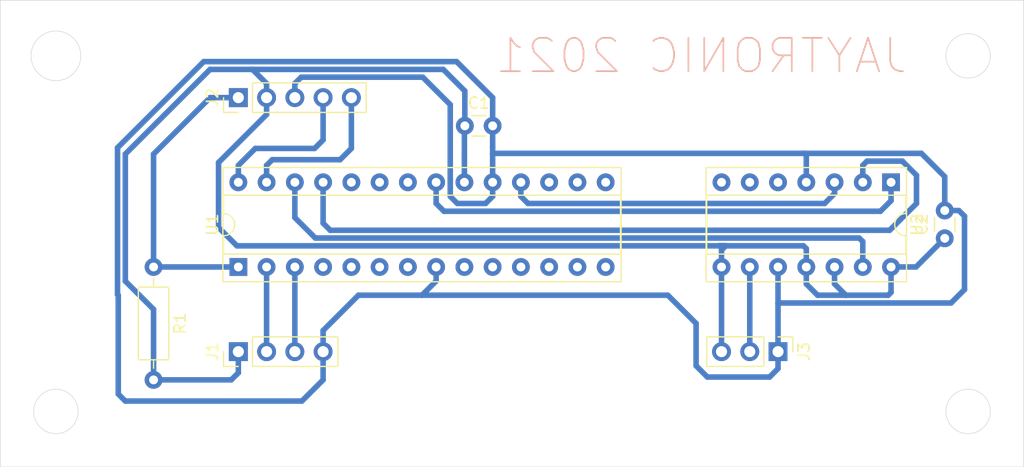
<source format=kicad_pcb>
(kicad_pcb (version 20171130) (host pcbnew "(5.1.6)-1")

  (general
    (thickness 1.6)
    (drawings 10)
    (tracks 132)
    (zones 0)
    (modules 8)
    (nets 32)
  )

  (page A4)
  (layers
    (0 F.Cu signal hide)
    (31 B.Cu signal)
    (32 B.Adhes user hide)
    (33 F.Adhes user hide)
    (34 B.Paste user)
    (35 F.Paste user hide)
    (36 B.SilkS user)
    (37 F.SilkS user hide)
    (38 B.Mask user)
    (39 F.Mask user)
    (40 Dwgs.User user hide)
    (41 Cmts.User user hide)
    (42 Eco1.User user hide)
    (43 Eco2.User user hide)
    (44 Edge.Cuts user)
    (45 Margin user hide)
    (46 B.CrtYd user hide)
    (47 F.CrtYd user)
    (48 B.Fab user hide)
    (49 F.Fab user)
  )

  (setup
    (last_trace_width 0.25)
    (user_trace_width 0.5)
    (trace_clearance 0.2)
    (zone_clearance 0.508)
    (zone_45_only no)
    (trace_min 0.2)
    (via_size 0.8)
    (via_drill 0.4)
    (via_min_size 0.4)
    (via_min_drill 0.3)
    (uvia_size 0.3)
    (uvia_drill 0.1)
    (uvias_allowed no)
    (uvia_min_size 0.2)
    (uvia_min_drill 0.1)
    (edge_width 0.05)
    (segment_width 0.2)
    (pcb_text_width 0.3)
    (pcb_text_size 1.5 1.5)
    (mod_edge_width 0.12)
    (mod_text_size 1 1)
    (mod_text_width 0.15)
    (pad_size 1.524 1.524)
    (pad_drill 0.762)
    (pad_to_mask_clearance 0.05)
    (aux_axis_origin 0 0)
    (visible_elements 7FFFFFFF)
    (pcbplotparams
      (layerselection 0x01054_fffffffe)
      (usegerberextensions false)
      (usegerberattributes true)
      (usegerberadvancedattributes true)
      (creategerberjobfile true)
      (excludeedgelayer true)
      (linewidth 0.100000)
      (plotframeref false)
      (viasonmask false)
      (mode 1)
      (useauxorigin false)
      (hpglpennumber 1)
      (hpglpenspeed 20)
      (hpglpendiameter 15.000000)
      (psnegative false)
      (psa4output false)
      (plotreference true)
      (plotvalue true)
      (plotinvisibletext false)
      (padsonsilk false)
      (subtractmaskfromsilk false)
      (outputformat 1)
      (mirror false)
      (drillshape 0)
      (scaleselection 1)
      (outputdirectory "./"))
  )

  (net 0 "")
  (net 1 +3V3)
  (net 2 GND)
  (net 3 "Net-(J1-Pad2)")
  (net 4 "Net-(J1-Pad3)")
  (net 5 "Net-(J2-Pad1)")
  (net 6 "Net-(J2-Pad4)")
  (net 7 "Net-(J2-Pad5)")
  (net 8 "Net-(J3-Pad2)")
  (net 9 "Net-(U1-Pad15)")
  (net 10 "Net-(U1-Pad16)")
  (net 11 "Net-(U1-Pad17)")
  (net 12 "Net-(U1-Pad4)")
  (net 13 "Net-(U1-Pad18)")
  (net 14 "Net-(U1-Pad5)")
  (net 15 "Net-(U1-Pad6)")
  (net 16 "Net-(U1-Pad7)")
  (net 17 "Net-(U1-Pad21)")
  (net 18 "Net-(U1-Pad22)")
  (net 19 "Net-(U1-Pad9)")
  (net 20 "Net-(U1-Pad23)")
  (net 21 "Net-(U1-Pad10)")
  (net 22 "Net-(U1-Pad24)")
  (net 23 "Net-(U1-Pad11)")
  (net 24 "Net-(U1-Pad25)")
  (net 25 "Net-(U1-Pad12)")
  (net 26 "Net-(U1-Pad26)")
  (net 27 "Net-(U1-Pad13)")
  (net 28 "Net-(U1-Pad14)")
  (net 29 "Net-(U2-Pad5)")
  (net 30 "Net-(U2-Pad6)")
  (net 31 "Net-(U2-Pad7)")

  (net_class Default "This is the default net class."
    (clearance 0.2)
    (trace_width 0.25)
    (via_dia 0.8)
    (via_drill 0.4)
    (uvia_dia 0.3)
    (uvia_drill 0.1)
    (add_net +3V3)
    (add_net GND)
    (add_net "Net-(J1-Pad2)")
    (add_net "Net-(J1-Pad3)")
    (add_net "Net-(J2-Pad1)")
    (add_net "Net-(J2-Pad4)")
    (add_net "Net-(J2-Pad5)")
    (add_net "Net-(J3-Pad2)")
    (add_net "Net-(U1-Pad10)")
    (add_net "Net-(U1-Pad11)")
    (add_net "Net-(U1-Pad12)")
    (add_net "Net-(U1-Pad13)")
    (add_net "Net-(U1-Pad14)")
    (add_net "Net-(U1-Pad15)")
    (add_net "Net-(U1-Pad16)")
    (add_net "Net-(U1-Pad17)")
    (add_net "Net-(U1-Pad18)")
    (add_net "Net-(U1-Pad21)")
    (add_net "Net-(U1-Pad22)")
    (add_net "Net-(U1-Pad23)")
    (add_net "Net-(U1-Pad24)")
    (add_net "Net-(U1-Pad25)")
    (add_net "Net-(U1-Pad26)")
    (add_net "Net-(U1-Pad4)")
    (add_net "Net-(U1-Pad5)")
    (add_net "Net-(U1-Pad6)")
    (add_net "Net-(U1-Pad7)")
    (add_net "Net-(U1-Pad9)")
    (add_net "Net-(U2-Pad5)")
    (add_net "Net-(U2-Pad6)")
    (add_net "Net-(U2-Pad7)")
  )

  (module Package_DIP:DIP-14_W7.62mm_Socket (layer F.Cu) (tedit 5A02E8C5) (tstamp 606773E0)
    (at 211.074 119.38 270)
    (descr "14-lead though-hole mounted DIP package, row spacing 7.62 mm (300 mils), Socket")
    (tags "THT DIP DIL PDIP 2.54mm 7.62mm 300mil Socket")
    (path /6062EC94)
    (fp_text reference U2 (at 3.81 -2.33 90) (layer F.SilkS)
      (effects (font (size 1 1) (thickness 0.15)))
    )
    (fp_text value MCP4251-xxxx-P (at 3.81 17.57 90) (layer F.Fab)
      (effects (font (size 1 1) (thickness 0.15)))
    )
    (fp_line (start 9.15 -1.6) (end -1.55 -1.6) (layer F.CrtYd) (width 0.05))
    (fp_line (start 9.15 16.85) (end 9.15 -1.6) (layer F.CrtYd) (width 0.05))
    (fp_line (start -1.55 16.85) (end 9.15 16.85) (layer F.CrtYd) (width 0.05))
    (fp_line (start -1.55 -1.6) (end -1.55 16.85) (layer F.CrtYd) (width 0.05))
    (fp_line (start 8.95 -1.39) (end -1.33 -1.39) (layer F.SilkS) (width 0.12))
    (fp_line (start 8.95 16.63) (end 8.95 -1.39) (layer F.SilkS) (width 0.12))
    (fp_line (start -1.33 16.63) (end 8.95 16.63) (layer F.SilkS) (width 0.12))
    (fp_line (start -1.33 -1.39) (end -1.33 16.63) (layer F.SilkS) (width 0.12))
    (fp_line (start 6.46 -1.33) (end 4.81 -1.33) (layer F.SilkS) (width 0.12))
    (fp_line (start 6.46 16.57) (end 6.46 -1.33) (layer F.SilkS) (width 0.12))
    (fp_line (start 1.16 16.57) (end 6.46 16.57) (layer F.SilkS) (width 0.12))
    (fp_line (start 1.16 -1.33) (end 1.16 16.57) (layer F.SilkS) (width 0.12))
    (fp_line (start 2.81 -1.33) (end 1.16 -1.33) (layer F.SilkS) (width 0.12))
    (fp_line (start 8.89 -1.33) (end -1.27 -1.33) (layer F.Fab) (width 0.1))
    (fp_line (start 8.89 16.57) (end 8.89 -1.33) (layer F.Fab) (width 0.1))
    (fp_line (start -1.27 16.57) (end 8.89 16.57) (layer F.Fab) (width 0.1))
    (fp_line (start -1.27 -1.33) (end -1.27 16.57) (layer F.Fab) (width 0.1))
    (fp_line (start 0.635 -0.27) (end 1.635 -1.27) (layer F.Fab) (width 0.1))
    (fp_line (start 0.635 16.51) (end 0.635 -0.27) (layer F.Fab) (width 0.1))
    (fp_line (start 6.985 16.51) (end 0.635 16.51) (layer F.Fab) (width 0.1))
    (fp_line (start 6.985 -1.27) (end 6.985 16.51) (layer F.Fab) (width 0.1))
    (fp_line (start 1.635 -1.27) (end 6.985 -1.27) (layer F.Fab) (width 0.1))
    (fp_arc (start 3.81 -1.33) (end 2.81 -1.33) (angle -180) (layer F.SilkS) (width 0.12))
    (fp_text user %R (at 3.81 7.62 90) (layer F.Fab)
      (effects (font (size 1 1) (thickness 0.15)))
    )
    (pad 1 thru_hole rect (at 0 0 270) (size 1.6 1.6) (drill 0.8) (layers *.Cu *.Mask)
      (net 17 "Net-(U1-Pad21)"))
    (pad 8 thru_hole oval (at 7.62 15.24 270) (size 1.6 1.6) (drill 0.8) (layers *.Cu *.Mask)
      (net 1 +3V3))
    (pad 2 thru_hole oval (at 0 2.54 270) (size 1.6 1.6) (drill 0.8) (layers *.Cu *.Mask)
      (net 24 "Net-(U1-Pad25)"))
    (pad 9 thru_hole oval (at 7.62 12.7 270) (size 1.6 1.6) (drill 0.8) (layers *.Cu *.Mask)
      (net 8 "Net-(J3-Pad2)"))
    (pad 3 thru_hole oval (at 0 5.08 270) (size 1.6 1.6) (drill 0.8) (layers *.Cu *.Mask)
      (net 13 "Net-(U1-Pad18)"))
    (pad 10 thru_hole oval (at 7.62 10.16 270) (size 1.6 1.6) (drill 0.8) (layers *.Cu *.Mask)
      (net 2 GND))
    (pad 4 thru_hole oval (at 0 7.62 270) (size 1.6 1.6) (drill 0.8) (layers *.Cu *.Mask)
      (net 2 GND))
    (pad 11 thru_hole oval (at 7.62 7.62 270) (size 1.6 1.6) (drill 0.8) (layers *.Cu *.Mask)
      (net 1 +3V3))
    (pad 5 thru_hole oval (at 0 10.16 270) (size 1.6 1.6) (drill 0.8) (layers *.Cu *.Mask)
      (net 29 "Net-(U2-Pad5)"))
    (pad 12 thru_hole oval (at 7.62 5.08 270) (size 1.6 1.6) (drill 0.8) (layers *.Cu *.Mask)
      (net 1 +3V3))
    (pad 6 thru_hole oval (at 0 12.7 270) (size 1.6 1.6) (drill 0.8) (layers *.Cu *.Mask)
      (net 30 "Net-(U2-Pad6)"))
    (pad 13 thru_hole oval (at 7.62 2.54 270) (size 1.6 1.6) (drill 0.8) (layers *.Cu *.Mask)
      (net 26 "Net-(U1-Pad26)"))
    (pad 7 thru_hole oval (at 0 15.24 270) (size 1.6 1.6) (drill 0.8) (layers *.Cu *.Mask)
      (net 31 "Net-(U2-Pad7)"))
    (pad 14 thru_hole oval (at 7.62 0 270) (size 1.6 1.6) (drill 0.8) (layers *.Cu *.Mask)
      (net 1 +3V3))
    (model ${KISYS3DMOD}/Package_DIP.3dshapes/DIP-14_W7.62mm_Socket.wrl
      (at (xyz 0 0 0))
      (scale (xyz 1 1 1))
      (rotate (xyz 0 0 0))
    )
  )

  (module Package_DIP:DIP-28_W7.62mm_Socket (layer F.Cu) (tedit 5A02E8C5) (tstamp 60677349)
    (at 152.4 127 90)
    (descr "28-lead though-hole mounted DIP package, row spacing 7.62 mm (300 mils), Socket")
    (tags "THT DIP DIL PDIP 2.54mm 7.62mm 300mil Socket")
    (path /6062D31F)
    (fp_text reference U1 (at 3.81 -2.33 90) (layer F.SilkS)
      (effects (font (size 1 1) (thickness 0.15)))
    )
    (fp_text value PIC18F27J53_ISS (at 3.81 35.35 90) (layer F.Fab)
      (effects (font (size 1 1) (thickness 0.15)))
    )
    (fp_line (start 9.15 -1.6) (end -1.55 -1.6) (layer F.CrtYd) (width 0.05))
    (fp_line (start 9.15 34.65) (end 9.15 -1.6) (layer F.CrtYd) (width 0.05))
    (fp_line (start -1.55 34.65) (end 9.15 34.65) (layer F.CrtYd) (width 0.05))
    (fp_line (start -1.55 -1.6) (end -1.55 34.65) (layer F.CrtYd) (width 0.05))
    (fp_line (start 8.95 -1.39) (end -1.33 -1.39) (layer F.SilkS) (width 0.12))
    (fp_line (start 8.95 34.41) (end 8.95 -1.39) (layer F.SilkS) (width 0.12))
    (fp_line (start -1.33 34.41) (end 8.95 34.41) (layer F.SilkS) (width 0.12))
    (fp_line (start -1.33 -1.39) (end -1.33 34.41) (layer F.SilkS) (width 0.12))
    (fp_line (start 6.46 -1.33) (end 4.81 -1.33) (layer F.SilkS) (width 0.12))
    (fp_line (start 6.46 34.35) (end 6.46 -1.33) (layer F.SilkS) (width 0.12))
    (fp_line (start 1.16 34.35) (end 6.46 34.35) (layer F.SilkS) (width 0.12))
    (fp_line (start 1.16 -1.33) (end 1.16 34.35) (layer F.SilkS) (width 0.12))
    (fp_line (start 2.81 -1.33) (end 1.16 -1.33) (layer F.SilkS) (width 0.12))
    (fp_line (start 8.89 -1.33) (end -1.27 -1.33) (layer F.Fab) (width 0.1))
    (fp_line (start 8.89 34.35) (end 8.89 -1.33) (layer F.Fab) (width 0.1))
    (fp_line (start -1.27 34.35) (end 8.89 34.35) (layer F.Fab) (width 0.1))
    (fp_line (start -1.27 -1.33) (end -1.27 34.35) (layer F.Fab) (width 0.1))
    (fp_line (start 0.635 -0.27) (end 1.635 -1.27) (layer F.Fab) (width 0.1))
    (fp_line (start 0.635 34.29) (end 0.635 -0.27) (layer F.Fab) (width 0.1))
    (fp_line (start 6.985 34.29) (end 0.635 34.29) (layer F.Fab) (width 0.1))
    (fp_line (start 6.985 -1.27) (end 6.985 34.29) (layer F.Fab) (width 0.1))
    (fp_line (start 1.635 -1.27) (end 6.985 -1.27) (layer F.Fab) (width 0.1))
    (fp_arc (start 3.81 -1.33) (end 2.81 -1.33) (angle -180) (layer F.SilkS) (width 0.12))
    (fp_text user %R (at 3.81 16.51 90) (layer F.Fab)
      (effects (font (size 1 1) (thickness 0.15)))
    )
    (pad 1 thru_hole rect (at 0 0 90) (size 1.6 1.6) (drill 0.8) (layers *.Cu *.Mask)
      (net 5 "Net-(J2-Pad1)"))
    (pad 15 thru_hole oval (at 7.62 33.02 90) (size 1.6 1.6) (drill 0.8) (layers *.Cu *.Mask)
      (net 9 "Net-(U1-Pad15)"))
    (pad 2 thru_hole oval (at 0 2.54 90) (size 1.6 1.6) (drill 0.8) (layers *.Cu *.Mask)
      (net 3 "Net-(J1-Pad2)"))
    (pad 16 thru_hole oval (at 7.62 30.48 90) (size 1.6 1.6) (drill 0.8) (layers *.Cu *.Mask)
      (net 10 "Net-(U1-Pad16)"))
    (pad 3 thru_hole oval (at 0 5.08 90) (size 1.6 1.6) (drill 0.8) (layers *.Cu *.Mask)
      (net 4 "Net-(J1-Pad3)"))
    (pad 17 thru_hole oval (at 7.62 27.94 90) (size 1.6 1.6) (drill 0.8) (layers *.Cu *.Mask)
      (net 11 "Net-(U1-Pad17)"))
    (pad 4 thru_hole oval (at 0 7.62 90) (size 1.6 1.6) (drill 0.8) (layers *.Cu *.Mask)
      (net 12 "Net-(U1-Pad4)"))
    (pad 18 thru_hole oval (at 7.62 25.4 90) (size 1.6 1.6) (drill 0.8) (layers *.Cu *.Mask)
      (net 13 "Net-(U1-Pad18)"))
    (pad 5 thru_hole oval (at 0 10.16 90) (size 1.6 1.6) (drill 0.8) (layers *.Cu *.Mask)
      (net 14 "Net-(U1-Pad5)"))
    (pad 19 thru_hole oval (at 7.62 22.86 90) (size 1.6 1.6) (drill 0.8) (layers *.Cu *.Mask)
      (net 2 GND))
    (pad 6 thru_hole oval (at 0 12.7 90) (size 1.6 1.6) (drill 0.8) (layers *.Cu *.Mask)
      (net 15 "Net-(U1-Pad6)"))
    (pad 20 thru_hole oval (at 7.62 20.32 90) (size 1.6 1.6) (drill 0.8) (layers *.Cu *.Mask)
      (net 1 +3V3))
    (pad 7 thru_hole oval (at 0 15.24 90) (size 1.6 1.6) (drill 0.8) (layers *.Cu *.Mask)
      (net 16 "Net-(U1-Pad7)"))
    (pad 21 thru_hole oval (at 7.62 17.78 90) (size 1.6 1.6) (drill 0.8) (layers *.Cu *.Mask)
      (net 17 "Net-(U1-Pad21)"))
    (pad 8 thru_hole oval (at 0 17.78 90) (size 1.6 1.6) (drill 0.8) (layers *.Cu *.Mask)
      (net 2 GND))
    (pad 22 thru_hole oval (at 7.62 15.24 90) (size 1.6 1.6) (drill 0.8) (layers *.Cu *.Mask)
      (net 18 "Net-(U1-Pad22)"))
    (pad 9 thru_hole oval (at 0 20.32 90) (size 1.6 1.6) (drill 0.8) (layers *.Cu *.Mask)
      (net 19 "Net-(U1-Pad9)"))
    (pad 23 thru_hole oval (at 7.62 12.7 90) (size 1.6 1.6) (drill 0.8) (layers *.Cu *.Mask)
      (net 20 "Net-(U1-Pad23)"))
    (pad 10 thru_hole oval (at 0 22.86 90) (size 1.6 1.6) (drill 0.8) (layers *.Cu *.Mask)
      (net 21 "Net-(U1-Pad10)"))
    (pad 24 thru_hole oval (at 7.62 10.16 90) (size 1.6 1.6) (drill 0.8) (layers *.Cu *.Mask)
      (net 22 "Net-(U1-Pad24)"))
    (pad 11 thru_hole oval (at 0 25.4 90) (size 1.6 1.6) (drill 0.8) (layers *.Cu *.Mask)
      (net 23 "Net-(U1-Pad11)"))
    (pad 25 thru_hole oval (at 7.62 7.62 90) (size 1.6 1.6) (drill 0.8) (layers *.Cu *.Mask)
      (net 24 "Net-(U1-Pad25)"))
    (pad 12 thru_hole oval (at 0 27.94 90) (size 1.6 1.6) (drill 0.8) (layers *.Cu *.Mask)
      (net 25 "Net-(U1-Pad12)"))
    (pad 26 thru_hole oval (at 7.62 5.08 90) (size 1.6 1.6) (drill 0.8) (layers *.Cu *.Mask)
      (net 26 "Net-(U1-Pad26)"))
    (pad 13 thru_hole oval (at 0 30.48 90) (size 1.6 1.6) (drill 0.8) (layers *.Cu *.Mask)
      (net 27 "Net-(U1-Pad13)"))
    (pad 27 thru_hole oval (at 7.62 2.54 90) (size 1.6 1.6) (drill 0.8) (layers *.Cu *.Mask)
      (net 7 "Net-(J2-Pad5)"))
    (pad 14 thru_hole oval (at 0 33.02 90) (size 1.6 1.6) (drill 0.8) (layers *.Cu *.Mask)
      (net 28 "Net-(U1-Pad14)"))
    (pad 28 thru_hole oval (at 7.62 0 90) (size 1.6 1.6) (drill 0.8) (layers *.Cu *.Mask)
      (net 6 "Net-(J2-Pad4)"))
    (model ${KISYS3DMOD}/Package_DIP.3dshapes/DIP-28_W7.62mm_Socket.wrl
      (at (xyz 0 0 0))
      (scale (xyz 1 1 1))
      (rotate (xyz 0 0 0))
    )
  )

  (module Capacitor_THT:C_Disc_D3.0mm_W1.6mm_P2.50mm (layer F.Cu) (tedit 5AE50EF0) (tstamp 60677896)
    (at 172.76 114.3)
    (descr "C, Disc series, Radial, pin pitch=2.50mm, , diameter*width=3.0*1.6mm^2, Capacitor, http://www.vishay.com/docs/45233/krseries.pdf")
    (tags "C Disc series Radial pin pitch 2.50mm  diameter 3.0mm width 1.6mm Capacitor")
    (path /60646D7B)
    (fp_text reference C1 (at 1.25 -2.05) (layer F.SilkS)
      (effects (font (size 1 1) (thickness 0.15)))
    )
    (fp_text value C (at 1.25 2.05) (layer F.Fab)
      (effects (font (size 1 1) (thickness 0.15)))
    )
    (fp_line (start 3.55 -1.05) (end -1.05 -1.05) (layer F.CrtYd) (width 0.05))
    (fp_line (start 3.55 1.05) (end 3.55 -1.05) (layer F.CrtYd) (width 0.05))
    (fp_line (start -1.05 1.05) (end 3.55 1.05) (layer F.CrtYd) (width 0.05))
    (fp_line (start -1.05 -1.05) (end -1.05 1.05) (layer F.CrtYd) (width 0.05))
    (fp_line (start 0.621 0.92) (end 1.879 0.92) (layer F.SilkS) (width 0.12))
    (fp_line (start 0.621 -0.92) (end 1.879 -0.92) (layer F.SilkS) (width 0.12))
    (fp_line (start 2.75 -0.8) (end -0.25 -0.8) (layer F.Fab) (width 0.1))
    (fp_line (start 2.75 0.8) (end 2.75 -0.8) (layer F.Fab) (width 0.1))
    (fp_line (start -0.25 0.8) (end 2.75 0.8) (layer F.Fab) (width 0.1))
    (fp_line (start -0.25 -0.8) (end -0.25 0.8) (layer F.Fab) (width 0.1))
    (fp_text user %R (at 1.25 0) (layer F.Fab)
      (effects (font (size 0.6 0.6) (thickness 0.09)))
    )
    (pad 1 thru_hole circle (at 0 0) (size 1.6 1.6) (drill 0.8) (layers *.Cu *.Mask)
      (net 1 +3V3))
    (pad 2 thru_hole circle (at 2.5 0) (size 1.6 1.6) (drill 0.8) (layers *.Cu *.Mask)
      (net 2 GND))
    (model ${KISYS3DMOD}/Capacitor_THT.3dshapes/C_Disc_D3.0mm_W1.6mm_P2.50mm.wrl
      (at (xyz 0 0 0))
      (scale (xyz 1 1 1))
      (rotate (xyz 0 0 0))
    )
  )

  (module Capacitor_THT:C_Disc_D3.0mm_W1.6mm_P2.50mm (layer F.Cu) (tedit 5AE50EF0) (tstamp 6067750E)
    (at 215.9 124.42 90)
    (descr "C, Disc series, Radial, pin pitch=2.50mm, , diameter*width=3.0*1.6mm^2, Capacitor, http://www.vishay.com/docs/45233/krseries.pdf")
    (tags "C Disc series Radial pin pitch 2.50mm  diameter 3.0mm width 1.6mm Capacitor")
    (path /606485D1)
    (fp_text reference C2 (at 1.25 -2.05 90) (layer F.SilkS)
      (effects (font (size 1 1) (thickness 0.15)))
    )
    (fp_text value C (at 1.25 2.05 90) (layer F.Fab)
      (effects (font (size 1 1) (thickness 0.15)))
    )
    (fp_line (start -0.25 -0.8) (end -0.25 0.8) (layer F.Fab) (width 0.1))
    (fp_line (start -0.25 0.8) (end 2.75 0.8) (layer F.Fab) (width 0.1))
    (fp_line (start 2.75 0.8) (end 2.75 -0.8) (layer F.Fab) (width 0.1))
    (fp_line (start 2.75 -0.8) (end -0.25 -0.8) (layer F.Fab) (width 0.1))
    (fp_line (start 0.621 -0.92) (end 1.879 -0.92) (layer F.SilkS) (width 0.12))
    (fp_line (start 0.621 0.92) (end 1.879 0.92) (layer F.SilkS) (width 0.12))
    (fp_line (start -1.05 -1.05) (end -1.05 1.05) (layer F.CrtYd) (width 0.05))
    (fp_line (start -1.05 1.05) (end 3.55 1.05) (layer F.CrtYd) (width 0.05))
    (fp_line (start 3.55 1.05) (end 3.55 -1.05) (layer F.CrtYd) (width 0.05))
    (fp_line (start 3.55 -1.05) (end -1.05 -1.05) (layer F.CrtYd) (width 0.05))
    (fp_text user %R (at 1.25 0 90) (layer F.Fab)
      (effects (font (size 0.6 0.6) (thickness 0.09)))
    )
    (pad 2 thru_hole circle (at 2.5 0 90) (size 1.6 1.6) (drill 0.8) (layers *.Cu *.Mask)
      (net 2 GND))
    (pad 1 thru_hole circle (at 0 0 90) (size 1.6 1.6) (drill 0.8) (layers *.Cu *.Mask)
      (net 1 +3V3))
    (model ${KISYS3DMOD}/Capacitor_THT.3dshapes/C_Disc_D3.0mm_W1.6mm_P2.50mm.wrl
      (at (xyz 0 0 0))
      (scale (xyz 1 1 1))
      (rotate (xyz 0 0 0))
    )
  )

  (module Connector_PinHeader_2.54mm:PinHeader_1x04_P2.54mm_Vertical (layer F.Cu) (tedit 59FED5CC) (tstamp 60677545)
    (at 152.4 134.62 90)
    (descr "Through hole straight pin header, 1x04, 2.54mm pitch, single row")
    (tags "Through hole pin header THT 1x04 2.54mm single row")
    (path /6062B598)
    (fp_text reference J1 (at 0 -2.33 90) (layer F.SilkS)
      (effects (font (size 1 1) (thickness 0.15)))
    )
    (fp_text value HX711 (at -3.38 3.6 180) (layer F.Fab)
      (effects (font (size 1 1) (thickness 0.15)))
    )
    (fp_line (start 1.8 -1.8) (end -1.8 -1.8) (layer F.CrtYd) (width 0.05))
    (fp_line (start 1.8 9.4) (end 1.8 -1.8) (layer F.CrtYd) (width 0.05))
    (fp_line (start -1.8 9.4) (end 1.8 9.4) (layer F.CrtYd) (width 0.05))
    (fp_line (start -1.8 -1.8) (end -1.8 9.4) (layer F.CrtYd) (width 0.05))
    (fp_line (start -1.33 -1.33) (end 0 -1.33) (layer F.SilkS) (width 0.12))
    (fp_line (start -1.33 0) (end -1.33 -1.33) (layer F.SilkS) (width 0.12))
    (fp_line (start -1.33 1.27) (end 1.33 1.27) (layer F.SilkS) (width 0.12))
    (fp_line (start 1.33 1.27) (end 1.33 8.95) (layer F.SilkS) (width 0.12))
    (fp_line (start -1.33 1.27) (end -1.33 8.95) (layer F.SilkS) (width 0.12))
    (fp_line (start -1.33 8.95) (end 1.33 8.95) (layer F.SilkS) (width 0.12))
    (fp_line (start -1.27 -0.635) (end -0.635 -1.27) (layer F.Fab) (width 0.1))
    (fp_line (start -1.27 8.89) (end -1.27 -0.635) (layer F.Fab) (width 0.1))
    (fp_line (start 1.27 8.89) (end -1.27 8.89) (layer F.Fab) (width 0.1))
    (fp_line (start 1.27 -1.27) (end 1.27 8.89) (layer F.Fab) (width 0.1))
    (fp_line (start -0.635 -1.27) (end 1.27 -1.27) (layer F.Fab) (width 0.1))
    (fp_text user %R (at 0 3.81) (layer F.Fab)
      (effects (font (size 1 1) (thickness 0.15)))
    )
    (pad 1 thru_hole rect (at 0 0 90) (size 1.7 1.7) (drill 1) (layers *.Cu *.Mask)
      (net 1 +3V3))
    (pad 2 thru_hole oval (at 0 2.54 90) (size 1.7 1.7) (drill 1) (layers *.Cu *.Mask)
      (net 3 "Net-(J1-Pad2)"))
    (pad 3 thru_hole oval (at 0 5.08 90) (size 1.7 1.7) (drill 1) (layers *.Cu *.Mask)
      (net 4 "Net-(J1-Pad3)"))
    (pad 4 thru_hole oval (at 0 7.62 90) (size 1.7 1.7) (drill 1) (layers *.Cu *.Mask)
      (net 2 GND))
    (model ${KISYS3DMOD}/Connector_PinHeader_2.54mm.3dshapes/PinHeader_1x04_P2.54mm_Vertical.wrl
      (at (xyz 0 0 0))
      (scale (xyz 1 1 1))
      (rotate (xyz 0 0 0))
    )
  )

  (module Connector_PinHeader_2.54mm:PinHeader_1x05_P2.54mm_Vertical (layer F.Cu) (tedit 59FED5CC) (tstamp 606774CE)
    (at 152.4 111.76 90)
    (descr "Through hole straight pin header, 1x05, 2.54mm pitch, single row")
    (tags "Through hole pin header THT 1x05 2.54mm single row")
    (path /6062C65A)
    (fp_text reference J2 (at 0 -2.33 90) (layer F.SilkS)
      (effects (font (size 1 1) (thickness 0.15)))
    )
    (fp_text value ICSP (at 2.76 5.6 180) (layer F.Fab)
      (effects (font (size 1 1) (thickness 0.15)))
    )
    (fp_line (start 1.8 -1.8) (end -1.8 -1.8) (layer F.CrtYd) (width 0.05))
    (fp_line (start 1.8 11.95) (end 1.8 -1.8) (layer F.CrtYd) (width 0.05))
    (fp_line (start -1.8 11.95) (end 1.8 11.95) (layer F.CrtYd) (width 0.05))
    (fp_line (start -1.8 -1.8) (end -1.8 11.95) (layer F.CrtYd) (width 0.05))
    (fp_line (start -1.33 -1.33) (end 0 -1.33) (layer F.SilkS) (width 0.12))
    (fp_line (start -1.33 0) (end -1.33 -1.33) (layer F.SilkS) (width 0.12))
    (fp_line (start -1.33 1.27) (end 1.33 1.27) (layer F.SilkS) (width 0.12))
    (fp_line (start 1.33 1.27) (end 1.33 11.49) (layer F.SilkS) (width 0.12))
    (fp_line (start -1.33 1.27) (end -1.33 11.49) (layer F.SilkS) (width 0.12))
    (fp_line (start -1.33 11.49) (end 1.33 11.49) (layer F.SilkS) (width 0.12))
    (fp_line (start -1.27 -0.635) (end -0.635 -1.27) (layer F.Fab) (width 0.1))
    (fp_line (start -1.27 11.43) (end -1.27 -0.635) (layer F.Fab) (width 0.1))
    (fp_line (start 1.27 11.43) (end -1.27 11.43) (layer F.Fab) (width 0.1))
    (fp_line (start 1.27 -1.27) (end 1.27 11.43) (layer F.Fab) (width 0.1))
    (fp_line (start -0.635 -1.27) (end 1.27 -1.27) (layer F.Fab) (width 0.1))
    (fp_text user %R (at 0 5.08) (layer F.Fab)
      (effects (font (size 1 1) (thickness 0.15)))
    )
    (pad 1 thru_hole rect (at 0 0 90) (size 1.7 1.7) (drill 1) (layers *.Cu *.Mask)
      (net 5 "Net-(J2-Pad1)"))
    (pad 2 thru_hole oval (at 0 2.54 90) (size 1.7 1.7) (drill 1) (layers *.Cu *.Mask)
      (net 1 +3V3))
    (pad 3 thru_hole oval (at 0 5.08 90) (size 1.7 1.7) (drill 1) (layers *.Cu *.Mask)
      (net 2 GND))
    (pad 4 thru_hole oval (at 0 7.62 90) (size 1.7 1.7) (drill 1) (layers *.Cu *.Mask)
      (net 6 "Net-(J2-Pad4)"))
    (pad 5 thru_hole oval (at 0 10.16 90) (size 1.7 1.7) (drill 1) (layers *.Cu *.Mask)
      (net 7 "Net-(J2-Pad5)"))
    (model ${KISYS3DMOD}/Connector_PinHeader_2.54mm.3dshapes/PinHeader_1x05_P2.54mm_Vertical.wrl
      (at (xyz 0 0 0))
      (scale (xyz 1 1 1))
      (rotate (xyz 0 0 0))
    )
  )

  (module Connector_PinHeader_2.54mm:PinHeader_1x03_P2.54mm_Vertical (layer F.Cu) (tedit 59FED5CC) (tstamp 60677D37)
    (at 200.914 134.62 270)
    (descr "Through hole straight pin header, 1x03, 2.54mm pitch, single row")
    (tags "Through hole pin header THT 1x03 2.54mm single row")
    (path /60634F85)
    (fp_text reference J3 (at 0 -2.33 90) (layer F.SilkS)
      (effects (font (size 1 1) (thickness 0.15)))
    )
    (fp_text value Output (at 3.38 2.66 180) (layer F.Fab)
      (effects (font (size 1 1) (thickness 0.15)))
    )
    (fp_line (start 1.8 -1.8) (end -1.8 -1.8) (layer F.CrtYd) (width 0.05))
    (fp_line (start 1.8 6.85) (end 1.8 -1.8) (layer F.CrtYd) (width 0.05))
    (fp_line (start -1.8 6.85) (end 1.8 6.85) (layer F.CrtYd) (width 0.05))
    (fp_line (start -1.8 -1.8) (end -1.8 6.85) (layer F.CrtYd) (width 0.05))
    (fp_line (start -1.33 -1.33) (end 0 -1.33) (layer F.SilkS) (width 0.12))
    (fp_line (start -1.33 0) (end -1.33 -1.33) (layer F.SilkS) (width 0.12))
    (fp_line (start -1.33 1.27) (end 1.33 1.27) (layer F.SilkS) (width 0.12))
    (fp_line (start 1.33 1.27) (end 1.33 6.41) (layer F.SilkS) (width 0.12))
    (fp_line (start -1.33 1.27) (end -1.33 6.41) (layer F.SilkS) (width 0.12))
    (fp_line (start -1.33 6.41) (end 1.33 6.41) (layer F.SilkS) (width 0.12))
    (fp_line (start -1.27 -0.635) (end -0.635 -1.27) (layer F.Fab) (width 0.1))
    (fp_line (start -1.27 6.35) (end -1.27 -0.635) (layer F.Fab) (width 0.1))
    (fp_line (start 1.27 6.35) (end -1.27 6.35) (layer F.Fab) (width 0.1))
    (fp_line (start 1.27 -1.27) (end 1.27 6.35) (layer F.Fab) (width 0.1))
    (fp_line (start -0.635 -1.27) (end 1.27 -1.27) (layer F.Fab) (width 0.1))
    (fp_text user %R (at 0 2.54) (layer F.Fab)
      (effects (font (size 1 1) (thickness 0.15)))
    )
    (pad 1 thru_hole rect (at 0 0 270) (size 1.7 1.7) (drill 1) (layers *.Cu *.Mask)
      (net 2 GND))
    (pad 2 thru_hole oval (at 0 2.54 270) (size 1.7 1.7) (drill 1) (layers *.Cu *.Mask)
      (net 8 "Net-(J3-Pad2)"))
    (pad 3 thru_hole oval (at 0 5.08 270) (size 1.7 1.7) (drill 1) (layers *.Cu *.Mask)
      (net 1 +3V3))
    (model ${KISYS3DMOD}/Connector_PinHeader_2.54mm.3dshapes/PinHeader_1x03_P2.54mm_Vertical.wrl
      (at (xyz 0 0 0))
      (scale (xyz 1 1 1))
      (rotate (xyz 0 0 0))
    )
  )

  (module Resistor_THT:R_Axial_DIN0207_L6.3mm_D2.5mm_P10.16mm_Horizontal (layer F.Cu) (tedit 5AE5139B) (tstamp 60677448)
    (at 144.78 127 270)
    (descr "Resistor, Axial_DIN0207 series, Axial, Horizontal, pin pitch=10.16mm, 0.25W = 1/4W, length*diameter=6.3*2.5mm^2, http://cdn-reichelt.de/documents/datenblatt/B400/1_4W%23YAG.pdf")
    (tags "Resistor Axial_DIN0207 series Axial Horizontal pin pitch 10.16mm 0.25W = 1/4W length 6.3mm diameter 2.5mm")
    (path /60636B2C)
    (fp_text reference R1 (at 5.08 -2.37 90) (layer F.SilkS)
      (effects (font (size 1 1) (thickness 0.15)))
    )
    (fp_text value R (at 5.08 2.37 90) (layer F.Fab)
      (effects (font (size 1 1) (thickness 0.15)))
    )
    (fp_line (start 11.21 -1.5) (end -1.05 -1.5) (layer F.CrtYd) (width 0.05))
    (fp_line (start 11.21 1.5) (end 11.21 -1.5) (layer F.CrtYd) (width 0.05))
    (fp_line (start -1.05 1.5) (end 11.21 1.5) (layer F.CrtYd) (width 0.05))
    (fp_line (start -1.05 -1.5) (end -1.05 1.5) (layer F.CrtYd) (width 0.05))
    (fp_line (start 9.12 0) (end 8.35 0) (layer F.SilkS) (width 0.12))
    (fp_line (start 1.04 0) (end 1.81 0) (layer F.SilkS) (width 0.12))
    (fp_line (start 8.35 -1.37) (end 1.81 -1.37) (layer F.SilkS) (width 0.12))
    (fp_line (start 8.35 1.37) (end 8.35 -1.37) (layer F.SilkS) (width 0.12))
    (fp_line (start 1.81 1.37) (end 8.35 1.37) (layer F.SilkS) (width 0.12))
    (fp_line (start 1.81 -1.37) (end 1.81 1.37) (layer F.SilkS) (width 0.12))
    (fp_line (start 10.16 0) (end 8.23 0) (layer F.Fab) (width 0.1))
    (fp_line (start 0 0) (end 1.93 0) (layer F.Fab) (width 0.1))
    (fp_line (start 8.23 -1.25) (end 1.93 -1.25) (layer F.Fab) (width 0.1))
    (fp_line (start 8.23 1.25) (end 8.23 -1.25) (layer F.Fab) (width 0.1))
    (fp_line (start 1.93 1.25) (end 8.23 1.25) (layer F.Fab) (width 0.1))
    (fp_line (start 1.93 -1.25) (end 1.93 1.25) (layer F.Fab) (width 0.1))
    (fp_text user %R (at 5.08 0 90) (layer F.Fab)
      (effects (font (size 1 1) (thickness 0.15)))
    )
    (pad 1 thru_hole circle (at 0 0 270) (size 1.6 1.6) (drill 0.8) (layers *.Cu *.Mask)
      (net 5 "Net-(J2-Pad1)"))
    (pad 2 thru_hole oval (at 10.16 0 270) (size 1.6 1.6) (drill 0.8) (layers *.Cu *.Mask)
      (net 1 +3V3))
    (model ${KISYS3DMOD}/Resistor_THT.3dshapes/R_Axial_DIN0207_L6.3mm_D2.5mm_P10.16mm_Horizontal.wrl
      (at (xyz 0 0 0))
      (scale (xyz 1 1 1))
      (rotate (xyz 0 0 0))
    )
  )

  (gr_text "JAYTRONIC 2021" (at 194 108) (layer B.SilkS)
    (effects (font (size 3 3) (thickness 0.15)) (justify mirror))
  )
  (gr_line (start 131 145) (end 136 145) (layer Edge.Cuts) (width 0.05) (tstamp 60677C65))
  (gr_line (start 131 103) (end 131 145) (layer Edge.Cuts) (width 0.05))
  (gr_line (start 223 103) (end 131 103) (layer Edge.Cuts) (width 0.05))
  (gr_circle (center 136 108) (end 138 109) (layer Edge.Cuts) (width 0.05))
  (gr_circle (center 136 140) (end 138 140) (layer Edge.Cuts) (width 0.05))
  (gr_line (start 223 145) (end 136 145) (layer Edge.Cuts) (width 0.05))
  (gr_circle (center 218 140) (end 220 140) (layer Edge.Cuts) (width 0.05))
  (gr_circle (center 218 108) (end 220 108) (layer Edge.Cuts) (width 0.05))
  (gr_line (start 223 103) (end 223 145) (layer Edge.Cuts) (width 0.05))

  (segment (start 195.834 134.366) (end 195.58 134.62) (width 0.5) (layer B.Cu) (net 1))
  (segment (start 195.834 127) (end 195.834 134.366) (width 0.5) (layer B.Cu) (net 1))
  (segment (start 213.32 127) (end 215.9 124.42) (width 0.5) (layer B.Cu) (net 1))
  (segment (start 211.074 127) (end 213.32 127) (width 0.5) (layer B.Cu) (net 1))
  (segment (start 172.72 114.34) (end 172.76 114.3) (width 0.5) (layer B.Cu) (net 1))
  (segment (start 144.78 137.16) (end 144.78 130.81) (width 0.5) (layer B.Cu) (net 1))
  (segment (start 144.78 130.81) (end 142.24 128.27) (width 0.5) (layer B.Cu) (net 1))
  (segment (start 142.24 128.27) (end 142.24 116.84) (width 0.5) (layer B.Cu) (net 1))
  (segment (start 142.24 116.84) (end 149.86 109.22) (width 0.5) (layer B.Cu) (net 1))
  (segment (start 149.86 109.22) (end 153.67 109.22) (width 0.5) (layer B.Cu) (net 1))
  (segment (start 154.94 110.49) (end 154.94 111.76) (width 0.5) (layer B.Cu) (net 1))
  (segment (start 153.67 109.22) (end 154.94 110.49) (width 0.5) (layer B.Cu) (net 1))
  (segment (start 211.074 127) (end 211.074 129.286) (width 0.5) (layer B.Cu) (net 1))
  (segment (start 211.074 129.286) (end 210.82 129.54) (width 0.5) (layer B.Cu) (net 1))
  (segment (start 210.82 129.54) (end 207.01 129.54) (width 0.5) (layer B.Cu) (net 1))
  (segment (start 205.994 128.524) (end 205.994 127) (width 0.5) (layer B.Cu) (net 1))
  (segment (start 207.01 129.54) (end 205.994 128.524) (width 0.5) (layer B.Cu) (net 1))
  (segment (start 203.454 127) (end 203.454 128.524) (width 0.5) (layer B.Cu) (net 1))
  (segment (start 203.454 128.524) (end 204.47 129.54) (width 0.5) (layer B.Cu) (net 1))
  (segment (start 204.47 129.54) (end 207.01 129.54) (width 0.5) (layer B.Cu) (net 1))
  (segment (start 153.67 109.22) (end 170.815 109.22) (width 0.5) (layer B.Cu) (net 1))
  (segment (start 172.76 111.165) (end 172.76 114.3) (width 0.5) (layer B.Cu) (net 1))
  (segment (start 170.815 109.22) (end 172.76 111.165) (width 0.5) (layer B.Cu) (net 1))
  (segment (start 172.72 119.38) (end 172.72 116.84) (width 0.5) (layer B.Cu) (net 1))
  (segment (start 172.72 116.84) (end 172.72 114.34) (width 0.5) (layer B.Cu) (net 1))
  (segment (start 195.834 125.476) (end 195.834 127) (width 0.5) (layer B.Cu) (net 1))
  (segment (start 196.215 125.095) (end 195.834 125.476) (width 0.5) (layer B.Cu) (net 1))
  (segment (start 203.454 127) (end 203.454 125.349) (width 0.5) (layer B.Cu) (net 1))
  (segment (start 203.454 125.349) (end 203.2 125.095) (width 0.5) (layer B.Cu) (net 1))
  (segment (start 196.215 125.095) (end 195.58 125.095) (width 0.5) (layer B.Cu) (net 1))
  (segment (start 144.78 137.16) (end 151.765 137.16) (width 0.5) (layer B.Cu) (net 1))
  (segment (start 152.4 136.525) (end 152.4 134.62) (width 0.5) (layer B.Cu) (net 1))
  (segment (start 151.765 137.16) (end 152.4 136.525) (width 0.5) (layer B.Cu) (net 1))
  (segment (start 154.94 111.76) (end 154.94 113.284) (width 0.5) (layer B.Cu) (net 1))
  (segment (start 154.94 113.284) (end 150.622 117.602) (width 0.5) (layer B.Cu) (net 1))
  (segment (start 150.622 117.602) (end 150.622 123.444) (width 0.5) (layer B.Cu) (net 1))
  (segment (start 150.622 123.444) (end 152.273 125.095) (width 0.5) (layer B.Cu) (net 1))
  (segment (start 152.273 125.095) (end 195.961 125.095) (width 0.5) (layer B.Cu) (net 1))
  (segment (start 203.2 125.095) (end 195.961 125.095) (width 0.5) (layer B.Cu) (net 1))
  (segment (start 195.961 125.095) (end 195.58 125.095) (width 0.5) (layer B.Cu) (net 1))
  (segment (start 160.02 134.62) (end 160.02 132.715) (width 0.5) (layer B.Cu) (net 2))
  (segment (start 160.02 132.715) (end 163.195 129.54) (width 0.5) (layer B.Cu) (net 2))
  (segment (start 163.195 129.54) (end 168.91 129.54) (width 0.5) (layer B.Cu) (net 2))
  (segment (start 170.18 128.27) (end 170.18 127) (width 0.5) (layer B.Cu) (net 2))
  (segment (start 168.91 129.54) (end 170.18 128.27) (width 0.5) (layer B.Cu) (net 2))
  (segment (start 175.26 114.3) (end 175.26 116.205) (width 0.5) (layer B.Cu) (net 2))
  (segment (start 157.48 111.76) (end 157.48 110.49) (width 0.5) (layer B.Cu) (net 2))
  (segment (start 157.48 110.49) (end 158.04999 109.92001) (width 0.5) (layer B.Cu) (net 2))
  (segment (start 158.04999 109.92001) (end 168.97501 109.92001) (width 0.5) (layer B.Cu) (net 2))
  (segment (start 168.97501 109.92001) (end 171.45 112.395) (width 0.5) (layer B.Cu) (net 2))
  (segment (start 171.45 112.395) (end 171.45 120.65) (width 0.5) (layer B.Cu) (net 2))
  (segment (start 171.45 120.65) (end 172.085 121.285) (width 0.5) (layer B.Cu) (net 2))
  (segment (start 172.085 121.285) (end 174.625 121.285) (width 0.5) (layer B.Cu) (net 2))
  (segment (start 175.26 120.65) (end 175.26 119.38) (width 0.5) (layer B.Cu) (net 2))
  (segment (start 174.625 121.285) (end 175.26 120.65) (width 0.5) (layer B.Cu) (net 2))
  (segment (start 160.02 137.16) (end 160.02 134.62) (width 0.5) (layer B.Cu) (net 2))
  (segment (start 158.115 139.065) (end 160.02 137.16) (width 0.5) (layer B.Cu) (net 2))
  (segment (start 142.24 139.065) (end 158.115 139.065) (width 0.5) (layer B.Cu) (net 2))
  (segment (start 141.53999 129.47499) (end 141.605 129.54) (width 0.5) (layer B.Cu) (net 2))
  (segment (start 141.605 138.43) (end 142.24 139.065) (width 0.5) (layer B.Cu) (net 2))
  (segment (start 175.26 111.76) (end 172.01999 108.51999) (width 0.5) (layer B.Cu) (net 2))
  (segment (start 175.26 114.3) (end 175.26 111.76) (width 0.5) (layer B.Cu) (net 2))
  (segment (start 141.605 129.54) (end 141.605 138.43) (width 0.5) (layer B.Cu) (net 2))
  (segment (start 141.53999 116.27001) (end 141.53999 129.47499) (width 0.5) (layer B.Cu) (net 2))
  (segment (start 172.01999 108.51999) (end 149.29001 108.51999) (width 0.5) (layer B.Cu) (net 2))
  (segment (start 149.29001 108.51999) (end 141.53999 116.27001) (width 0.5) (layer B.Cu) (net 2))
  (segment (start 215.9 121.92) (end 217.17 121.92) (width 0.5) (layer B.Cu) (net 2))
  (segment (start 217.17 121.92) (end 217.678 122.428) (width 0.5) (layer B.Cu) (net 2))
  (segment (start 217.678 122.428) (end 217.678 129.032) (width 0.5) (layer B.Cu) (net 2))
  (segment (start 200.97599 130.24001) (end 200.914 130.302) (width 0.5) (layer B.Cu) (net 2))
  (segment (start 217.678 129.032) (end 216.46999 130.24001) (width 0.5) (layer B.Cu) (net 2))
  (segment (start 216.46999 130.24001) (end 200.97599 130.24001) (width 0.5) (layer B.Cu) (net 2))
  (segment (start 200.914 127) (end 200.914 130.302) (width 0.5) (layer B.Cu) (net 2))
  (segment (start 200.914 130.302) (end 200.914 134.62) (width 0.5) (layer B.Cu) (net 2))
  (segment (start 215.9 121.92) (end 215.9 118.872) (width 0.5) (layer B.Cu) (net 2))
  (segment (start 175.32501 116.77499) (end 175.26 116.84) (width 0.5) (layer B.Cu) (net 2))
  (segment (start 215.9 118.872) (end 213.80299 116.77499) (width 0.5) (layer B.Cu) (net 2))
  (segment (start 175.26 116.205) (end 175.26 116.84) (width 0.5) (layer B.Cu) (net 2))
  (segment (start 175.26 116.84) (end 175.26 119.38) (width 0.5) (layer B.Cu) (net 2))
  (segment (start 203.454 116.96398) (end 203.26501 116.77499) (width 0.5) (layer B.Cu) (net 2))
  (segment (start 213.80299 116.77499) (end 203.26501 116.77499) (width 0.5) (layer B.Cu) (net 2))
  (segment (start 203.454 119.38) (end 203.454 116.96398) (width 0.5) (layer B.Cu) (net 2))
  (segment (start 203.26501 116.77499) (end 175.32501 116.77499) (width 0.5) (layer B.Cu) (net 2))
  (segment (start 168.91 129.54) (end 191.008 129.54) (width 0.5) (layer B.Cu) (net 2))
  (segment (start 191.008 129.54) (end 193.548 132.08) (width 0.5) (layer B.Cu) (net 2))
  (segment (start 193.548 132.08) (end 193.548 135.89) (width 0.5) (layer B.Cu) (net 2))
  (segment (start 193.548 135.89) (end 194.564 136.906) (width 0.5) (layer B.Cu) (net 2))
  (segment (start 194.564 136.906) (end 200.152 136.906) (width 0.5) (layer B.Cu) (net 2))
  (segment (start 200.914 136.144) (end 200.914 134.62) (width 0.5) (layer B.Cu) (net 2))
  (segment (start 200.152 136.906) (end 200.914 136.144) (width 0.5) (layer B.Cu) (net 2))
  (segment (start 154.94 127) (end 154.94 134.62) (width 0.5) (layer B.Cu) (net 3))
  (segment (start 157.48 127) (end 157.48 134.62) (width 0.5) (layer B.Cu) (net 4))
  (segment (start 144.78 127) (end 152.4 127) (width 0.5) (layer B.Cu) (net 5))
  (segment (start 152.4 111.76) (end 149.86 111.76) (width 0.5) (layer B.Cu) (net 5))
  (segment (start 149.86 111.76) (end 144.78 116.84) (width 0.5) (layer B.Cu) (net 5))
  (segment (start 144.78 116.84) (end 144.78 127) (width 0.5) (layer B.Cu) (net 5))
  (segment (start 152.4 119.38) (end 152.4 117.856) (width 0.5) (layer B.Cu) (net 6))
  (segment (start 152.4 117.856) (end 153.924 116.332) (width 0.5) (layer B.Cu) (net 6))
  (segment (start 153.924 116.332) (end 159.258 116.332) (width 0.5) (layer B.Cu) (net 6))
  (segment (start 160.02 115.57) (end 160.02 111.76) (width 0.5) (layer B.Cu) (net 6))
  (segment (start 159.258 116.332) (end 160.02 115.57) (width 0.5) (layer B.Cu) (net 6))
  (segment (start 162.56 111.76) (end 162.56 116.332) (width 0.5) (layer B.Cu) (net 7))
  (segment (start 162.56 116.332) (end 161.544 117.348) (width 0.5) (layer B.Cu) (net 7))
  (segment (start 161.544 117.348) (end 155.448 117.348) (width 0.5) (layer B.Cu) (net 7))
  (segment (start 154.94 117.856) (end 154.94 119.38) (width 0.5) (layer B.Cu) (net 7))
  (segment (start 155.448 117.348) (end 154.94 117.856) (width 0.5) (layer B.Cu) (net 7))
  (segment (start 198.374 134.366) (end 198.12 134.62) (width 0.5) (layer B.Cu) (net 8))
  (segment (start 198.374 127) (end 198.374 134.366) (width 0.5) (layer B.Cu) (net 8))
  (segment (start 205.994 120.396) (end 205.994 119.38) (width 0.5) (layer B.Cu) (net 13))
  (segment (start 178.435 121.285) (end 205.105 121.285) (width 0.5) (layer B.Cu) (net 13))
  (segment (start 205.105 121.285) (end 205.994 120.396) (width 0.5) (layer B.Cu) (net 13))
  (segment (start 177.8 119.38) (end 177.8 120.65) (width 0.5) (layer B.Cu) (net 13))
  (segment (start 177.8 120.65) (end 178.435 121.285) (width 0.5) (layer B.Cu) (net 13))
  (segment (start 211.074 119.38) (end 211.074 121.031) (width 0.5) (layer B.Cu) (net 17))
  (segment (start 210.11999 121.98501) (end 170.88001 121.98501) (width 0.5) (layer B.Cu) (net 17))
  (segment (start 211.074 121.031) (end 210.11999 121.98501) (width 0.5) (layer B.Cu) (net 17))
  (segment (start 170.88001 121.98501) (end 170.18 121.285) (width 0.5) (layer B.Cu) (net 17))
  (segment (start 170.18 121.285) (end 170.18 119.38) (width 0.5) (layer B.Cu) (net 17))
  (segment (start 160.02 119.38) (end 160.02 123.05998) (width 0.5) (layer B.Cu) (net 24))
  (segment (start 160.02 123.05998) (end 160.655 123.69498) (width 0.5) (layer B.Cu) (net 24))
  (segment (start 160.655 123.69498) (end 210.95002 123.69498) (width 0.5) (layer B.Cu) (net 24))
  (segment (start 210.95002 123.69498) (end 213.36 121.285) (width 0.5) (layer B.Cu) (net 24))
  (segment (start 213.36 121.285) (end 213.36 118.745) (width 0.5) (layer B.Cu) (net 24))
  (segment (start 213.36 118.745) (end 212.09 117.475) (width 0.5) (layer B.Cu) (net 24))
  (segment (start 212.09 117.475) (end 208.915 117.475) (width 0.5) (layer B.Cu) (net 24))
  (segment (start 208.534 117.856) (end 208.534 119.38) (width 0.5) (layer B.Cu) (net 24))
  (segment (start 208.915 117.475) (end 208.534 117.856) (width 0.5) (layer B.Cu) (net 24))
  (segment (start 208.534 127) (end 208.534 124.714) (width 0.5) (layer B.Cu) (net 26))
  (segment (start 208.21499 124.39499) (end 159.31999 124.39499) (width 0.5) (layer B.Cu) (net 26))
  (segment (start 208.534 124.714) (end 208.21499 124.39499) (width 0.5) (layer B.Cu) (net 26))
  (segment (start 157.48 122.555) (end 157.48 119.38) (width 0.5) (layer B.Cu) (net 26))
  (segment (start 159.31999 124.39499) (end 157.48 122.555) (width 0.5) (layer B.Cu) (net 26))

)

</source>
